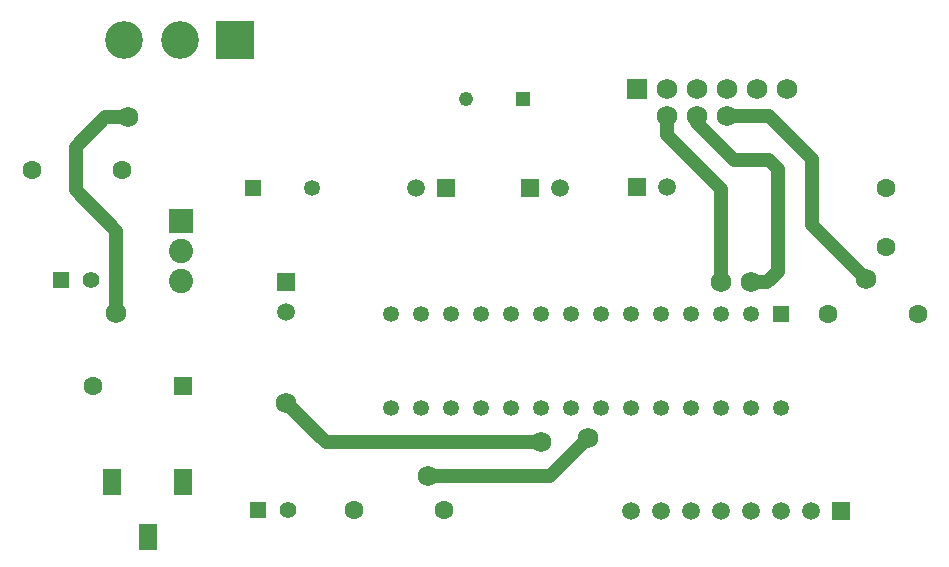
<source format=gtl>
%FSLAX33Y33*%
%MOMM*%
%AMRect-W1400000-H1400000-RO1.000*
21,1,1.4,1.4,0.,0.,180*%
%AMRect-W2200000-H1600000-RO0.500*
21,1,2.2,1.6,0.,0.,270*%
%AMRect-W1230000-H1230000-RO1.000*
21,1,1.23,1.23,0.,0.,180*%
%AMRect-W1600000-H1600000-RO1.000*
21,1,1.6,1.6,0.,0.,180*%
%AMRect-W1750000-H1750000-RO1.500*
21,1,1.75,1.75,0.,0.,90*%
%AMRect-W3200000-H3200000-RO3.000*
21,1,3.2,3.2,0.,0.,-180*%
%AMRect-W1500000-H1500000-RO1.000*
21,1,1.5,1.5,0.,0.,180*%
%AMRect-W1500000-H1500000-RO0.500*
21,1,1.5,1.5,0.,0.,270*%
%AMRect-W1350000-H1350000-RO0.500*
21,1,1.35,1.35,0.,0.,270*%
%ADD10C,1.2*%
%ADD11C,1.75*%
%ADD12C,1.6*%
%ADD13R,2.05X2.05*%
%ADD14C,2.05*%
%ADD15C,1.4*%
%ADD16Rect-W1400000-H1400000-RO1.000*%
%ADD17C,1.6*%
%ADD18C,1.6*%
%ADD19R,1.5X1.5*%
%ADD20C,1.5*%
%ADD21Rect-W2200000-H1600000-RO0.500*%
%ADD22C,1.23*%
%ADD23Rect-W1230000-H1230000-RO1.000*%
%ADD24Rect-W1600000-H1600000-RO1.000*%
%ADD25C,1.75*%
%ADD26Rect-W1750000-H1750000-RO1.500*%
%ADD27C,3.2*%
%ADD28Rect-W3200000-H3200000-RO3.000*%
%ADD29R,1.35X1.35*%
%ADD30C,1.35*%
%ADD31C,1.5*%
%ADD32Rect-W1500000-H1500000-RO1.000*%
%ADD33C,1.5*%
%ADD34Rect-W1500000-H1500000-RO0.500*%
%ADD35C,1.35*%
%ADD36Rect-W1350000-H1350000-RO0.500*%
D10*
%LNtop copper_traces*%
G01*
X36000Y8325D02*
X46350Y8325D01*
X64884Y38850D02*
X66726Y37008D01*
X58780Y38223D02*
X61900Y35103D01*
X56240Y38850D02*
X56240Y37257D01*
X8705Y38750D02*
X10625Y38750D01*
X6175Y36220D02*
X8705Y38750D01*
X9575Y22150D02*
X9575Y29125D01*
X24000Y14525D02*
X27335Y11190D01*
X68504Y29596D02*
X73100Y25000D01*
X64884Y35103D02*
X65659Y34327D01*
X66726Y37008D02*
X68504Y35230D01*
X9575Y29125D02*
X6175Y32525D01*
X66726Y37008D02*
X66726Y37008D01*
X58780Y38850D02*
X58780Y38223D01*
X6175Y32525D02*
X6175Y36220D01*
X46350Y8325D02*
X49600Y11575D01*
X65659Y25654D02*
X64755Y24750D01*
X60830Y24750D02*
X60830Y32667D01*
X61900Y35103D02*
X64884Y35103D01*
X64755Y24750D02*
X63370Y24750D01*
X27335Y11190D02*
X45590Y11190D01*
X56240Y37257D02*
X60830Y32667D01*
X65659Y25654D02*
X65659Y34327D01*
X68504Y35230D02*
X68504Y29596D01*
X61320Y38850D02*
X64884Y38850D01*
D11*
X58780Y38850D03*
X49600Y11575D03*
X10625Y38750D03*
X56240Y38850D03*
X63370Y24750D03*
X61320Y38850D03*
X60830Y24750D03*
X73100Y25000D03*
X9575Y22150D03*
X24000Y14525D03*
X45590Y11190D03*
X36000Y8325D03*
%LNtop copper component 6490513f982804b2*%
D12*
X74800Y27725D03*
X74800Y32725D03*
%LNtop copper component f480910f039b092f*%
D13*
X15100Y29965D03*
D14*
X15100Y27425D03*
X15100Y24885D03*
%LNtop copper component 11ce9e1fae5125d4*%
D15*
X24170Y5500D03*
D16*
X21630Y5500D03*
%LNtop copper component 6e5ab65975b1d4d0*%
D17*
X77460Y22044D03*
X69840Y22044D03*
%LNtop copper component bb6f99e9ce0ecad2*%
D18*
X2490Y34225D03*
X10110Y34225D03*
%LNtop copper component b08b925ae5f00e7d*%
D19*
X44630Y32775D03*
D20*
X47170Y32775D03*
%LNtop copper component 6b69e33c7ffc047c*%
D21*
X15275Y7850D03*
X9275Y7850D03*
X12275Y3150D03*
%LNtop copper component 82a621994e19bc83*%
D19*
X53705Y32825D03*
D20*
X56245Y32825D03*
%LNtop copper component b3c45411f0ca8f9b*%
D22*
X39210Y40275D03*
D23*
X44090Y40275D03*
%LNtop copper component 1ef9996777da8726*%
D15*
X7470Y24925D03*
D16*
X4930Y24925D03*
%LNtop copper component 6e01d915a41af154*%
D17*
X7640Y15950D03*
D24*
X15260Y15950D03*
%LNtop copper component a2182645b3e5b9fa*%
D25*
X56240Y41125D03*
X58780Y41125D03*
X61320Y41125D03*
X63860Y41125D03*
X66400Y41125D03*
D26*
X53700Y41125D03*
%LNtop copper component 5f56090bf9c139ea*%
D27*
X10300Y45275D03*
X15000Y45275D03*
D28*
X19700Y45275D03*
%LNtop copper component 3005891da4b15de3*%
D29*
X21225Y32725D03*
D30*
X26225Y32725D03*
%LNtop copper component 6d1e886b7d06c581*%
D31*
X34980Y32775D03*
D32*
X37520Y32775D03*
%LNtop copper component 602b28210884fb11*%
D33*
X24000Y22205D03*
D34*
X24000Y24745D03*
%LNtop copper component 10d1a0f9161be859*%
D18*
X29740Y5500D03*
X37360Y5500D03*
%LNtop copper component e2a2722308c8dc1c*%
D33*
X68450Y5425D03*
X65910Y5425D03*
X63370Y5425D03*
X60830Y5425D03*
X58290Y5425D03*
X55750Y5425D03*
X53210Y5425D03*
D34*
X70990Y5425D03*
%LNtop copper component f9d983522cfd9704*%
D35*
X63370Y22044D03*
X60830Y22044D03*
X58290Y22044D03*
X55750Y22044D03*
X53210Y22044D03*
X50670Y22044D03*
X48130Y22044D03*
X45590Y22044D03*
X43050Y22044D03*
X40510Y22044D03*
X37970Y22044D03*
X35430Y22044D03*
X32890Y22044D03*
X32890Y14106D03*
X35430Y14106D03*
X37970Y14106D03*
X40510Y14106D03*
X43050Y14106D03*
X45590Y14106D03*
X48130Y14106D03*
X50670Y14106D03*
X53210Y14106D03*
X55750Y14106D03*
X58290Y14106D03*
X60830Y14106D03*
X63370Y14106D03*
X65910Y14106D03*
D36*
X65910Y22044D03*
M02*
</source>
